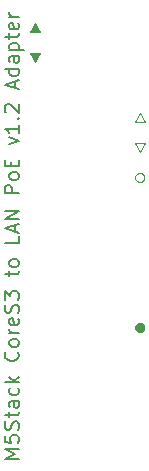
<source format=gbr>
%TF.GenerationSoftware,KiCad,Pcbnew,9.0.4-1.fc42*%
%TF.CreationDate,2025-09-12T10:21:52-07:00*%
%TF.ProjectId,adapter_relay,61646170-7465-4725-9f72-656c61792e6b,1.0*%
%TF.SameCoordinates,Original*%
%TF.FileFunction,Legend,Top*%
%TF.FilePolarity,Positive*%
%FSLAX46Y46*%
G04 Gerber Fmt 4.6, Leading zero omitted, Abs format (unit mm)*
G04 Created by KiCad (PCBNEW 9.0.4-1.fc42) date 2025-09-12 10:21:52*
%MOMM*%
%LPD*%
G01*
G04 APERTURE LIST*
%ADD10C,0.100000*%
%ADD11C,0.200000*%
G04 APERTURE END LIST*
D10*
X148399762Y-119615514D02*
X148590238Y-119615514D01*
X148590238Y-119615514D02*
X148780714Y-119710752D01*
X148780714Y-119710752D02*
X148875953Y-119901228D01*
X148875953Y-119901228D02*
X148875953Y-120091704D01*
X148875953Y-120091704D02*
X148780714Y-120282180D01*
X148780714Y-120282180D02*
X148590238Y-120377419D01*
X148590238Y-120377419D02*
X148399762Y-120377419D01*
X148399762Y-120377419D02*
X148209286Y-120282180D01*
X148209286Y-120282180D02*
X148114048Y-120091704D01*
X148114048Y-120091704D02*
X148114048Y-119901228D01*
X148114048Y-119901228D02*
X148209286Y-119710752D01*
X148209286Y-119710752D02*
X148399762Y-119615514D01*
X139985953Y-109503133D02*
X139985953Y-109455514D01*
X139938333Y-109598371D02*
X139938333Y-109455514D01*
X139890714Y-109693609D02*
X139890714Y-109455514D01*
X139843095Y-109788847D02*
X139843095Y-109455514D01*
X139795476Y-109836466D02*
X139795476Y-109455514D01*
X139747857Y-109931704D02*
X139747857Y-109455514D01*
X139700238Y-110026942D02*
X139700238Y-109455514D01*
X139652619Y-110122180D02*
X139652619Y-109455514D01*
X139605000Y-110217419D02*
X139605000Y-109455514D01*
X139557381Y-110122180D02*
X139557381Y-109455514D01*
X139509762Y-110026942D02*
X139509762Y-109455514D01*
X139462143Y-109931704D02*
X139462143Y-109455514D01*
X139414524Y-109836466D02*
X139414524Y-109455514D01*
X139366905Y-109788847D02*
X139366905Y-109455514D01*
X139319286Y-109693609D02*
X139319286Y-109455514D01*
X139271667Y-109598371D02*
X139271667Y-109455514D01*
X139224048Y-109455514D02*
X139605000Y-110169800D01*
X139605000Y-110169800D02*
X139985953Y-109455514D01*
X139224048Y-109503133D02*
X139224048Y-109455514D01*
X139605000Y-110217419D02*
X139176429Y-109455514D01*
X139176429Y-109455514D02*
X140033572Y-109455514D01*
X140033572Y-109455514D02*
X139605000Y-110217419D01*
X139224048Y-107629800D02*
X139224048Y-107677419D01*
X139271667Y-107534561D02*
X139271667Y-107677419D01*
X139319286Y-107439323D02*
X139319286Y-107677419D01*
X139366905Y-107344085D02*
X139366905Y-107677419D01*
X139414524Y-107296466D02*
X139414524Y-107677419D01*
X139462143Y-107201228D02*
X139462143Y-107677419D01*
X139509762Y-107105990D02*
X139509762Y-107677419D01*
X139557381Y-107010752D02*
X139557381Y-107677419D01*
X139605000Y-106915514D02*
X139605000Y-107677419D01*
X139652619Y-107010752D02*
X139652619Y-107677419D01*
X139700238Y-107105990D02*
X139700238Y-107677419D01*
X139747857Y-107201228D02*
X139747857Y-107677419D01*
X139795476Y-107296466D02*
X139795476Y-107677419D01*
X139843095Y-107344085D02*
X139843095Y-107677419D01*
X139890714Y-107439323D02*
X139890714Y-107677419D01*
X139938333Y-107534561D02*
X139938333Y-107677419D01*
X139985953Y-107677419D02*
X139605000Y-106963133D01*
X139605000Y-106963133D02*
X139224048Y-107677419D01*
X139985953Y-107629800D02*
X139985953Y-107677419D01*
X139605000Y-106915514D02*
X140033572Y-107677419D01*
X140033572Y-107677419D02*
X139176429Y-107677419D01*
X139176429Y-107677419D02*
X139605000Y-106915514D01*
D11*
X138244742Y-143799998D02*
X137044742Y-143799998D01*
X137044742Y-143799998D02*
X137901885Y-143399998D01*
X137901885Y-143399998D02*
X137044742Y-142999998D01*
X137044742Y-142999998D02*
X138244742Y-142999998D01*
X137044742Y-141857141D02*
X137044742Y-142428569D01*
X137044742Y-142428569D02*
X137616171Y-142485712D01*
X137616171Y-142485712D02*
X137559028Y-142428569D01*
X137559028Y-142428569D02*
X137501885Y-142314284D01*
X137501885Y-142314284D02*
X137501885Y-142028569D01*
X137501885Y-142028569D02*
X137559028Y-141914284D01*
X137559028Y-141914284D02*
X137616171Y-141857141D01*
X137616171Y-141857141D02*
X137730457Y-141799998D01*
X137730457Y-141799998D02*
X138016171Y-141799998D01*
X138016171Y-141799998D02*
X138130457Y-141857141D01*
X138130457Y-141857141D02*
X138187600Y-141914284D01*
X138187600Y-141914284D02*
X138244742Y-142028569D01*
X138244742Y-142028569D02*
X138244742Y-142314284D01*
X138244742Y-142314284D02*
X138187600Y-142428569D01*
X138187600Y-142428569D02*
X138130457Y-142485712D01*
X138187600Y-141342855D02*
X138244742Y-141171427D01*
X138244742Y-141171427D02*
X138244742Y-140885712D01*
X138244742Y-140885712D02*
X138187600Y-140771427D01*
X138187600Y-140771427D02*
X138130457Y-140714284D01*
X138130457Y-140714284D02*
X138016171Y-140657141D01*
X138016171Y-140657141D02*
X137901885Y-140657141D01*
X137901885Y-140657141D02*
X137787600Y-140714284D01*
X137787600Y-140714284D02*
X137730457Y-140771427D01*
X137730457Y-140771427D02*
X137673314Y-140885712D01*
X137673314Y-140885712D02*
X137616171Y-141114284D01*
X137616171Y-141114284D02*
X137559028Y-141228569D01*
X137559028Y-141228569D02*
X137501885Y-141285712D01*
X137501885Y-141285712D02*
X137387600Y-141342855D01*
X137387600Y-141342855D02*
X137273314Y-141342855D01*
X137273314Y-141342855D02*
X137159028Y-141285712D01*
X137159028Y-141285712D02*
X137101885Y-141228569D01*
X137101885Y-141228569D02*
X137044742Y-141114284D01*
X137044742Y-141114284D02*
X137044742Y-140828569D01*
X137044742Y-140828569D02*
X137101885Y-140657141D01*
X137444742Y-140314284D02*
X137444742Y-139857141D01*
X137044742Y-140142855D02*
X138073314Y-140142855D01*
X138073314Y-140142855D02*
X138187600Y-140085712D01*
X138187600Y-140085712D02*
X138244742Y-139971427D01*
X138244742Y-139971427D02*
X138244742Y-139857141D01*
X138244742Y-138942856D02*
X137616171Y-138942856D01*
X137616171Y-138942856D02*
X137501885Y-138999998D01*
X137501885Y-138999998D02*
X137444742Y-139114284D01*
X137444742Y-139114284D02*
X137444742Y-139342856D01*
X137444742Y-139342856D02*
X137501885Y-139457141D01*
X138187600Y-138942856D02*
X138244742Y-139057141D01*
X138244742Y-139057141D02*
X138244742Y-139342856D01*
X138244742Y-139342856D02*
X138187600Y-139457141D01*
X138187600Y-139457141D02*
X138073314Y-139514284D01*
X138073314Y-139514284D02*
X137959028Y-139514284D01*
X137959028Y-139514284D02*
X137844742Y-139457141D01*
X137844742Y-139457141D02*
X137787600Y-139342856D01*
X137787600Y-139342856D02*
X137787600Y-139057141D01*
X137787600Y-139057141D02*
X137730457Y-138942856D01*
X138187600Y-137857142D02*
X138244742Y-137971427D01*
X138244742Y-137971427D02*
X138244742Y-138199999D01*
X138244742Y-138199999D02*
X138187600Y-138314284D01*
X138187600Y-138314284D02*
X138130457Y-138371427D01*
X138130457Y-138371427D02*
X138016171Y-138428570D01*
X138016171Y-138428570D02*
X137673314Y-138428570D01*
X137673314Y-138428570D02*
X137559028Y-138371427D01*
X137559028Y-138371427D02*
X137501885Y-138314284D01*
X137501885Y-138314284D02*
X137444742Y-138199999D01*
X137444742Y-138199999D02*
X137444742Y-137971427D01*
X137444742Y-137971427D02*
X137501885Y-137857142D01*
X138244742Y-137342856D02*
X137044742Y-137342856D01*
X137787600Y-137228571D02*
X138244742Y-136885713D01*
X137444742Y-136885713D02*
X137901885Y-137342856D01*
X138130457Y-134771427D02*
X138187600Y-134828570D01*
X138187600Y-134828570D02*
X138244742Y-134999998D01*
X138244742Y-134999998D02*
X138244742Y-135114284D01*
X138244742Y-135114284D02*
X138187600Y-135285713D01*
X138187600Y-135285713D02*
X138073314Y-135399998D01*
X138073314Y-135399998D02*
X137959028Y-135457141D01*
X137959028Y-135457141D02*
X137730457Y-135514284D01*
X137730457Y-135514284D02*
X137559028Y-135514284D01*
X137559028Y-135514284D02*
X137330457Y-135457141D01*
X137330457Y-135457141D02*
X137216171Y-135399998D01*
X137216171Y-135399998D02*
X137101885Y-135285713D01*
X137101885Y-135285713D02*
X137044742Y-135114284D01*
X137044742Y-135114284D02*
X137044742Y-134999998D01*
X137044742Y-134999998D02*
X137101885Y-134828570D01*
X137101885Y-134828570D02*
X137159028Y-134771427D01*
X138244742Y-134085713D02*
X138187600Y-134199998D01*
X138187600Y-134199998D02*
X138130457Y-134257141D01*
X138130457Y-134257141D02*
X138016171Y-134314284D01*
X138016171Y-134314284D02*
X137673314Y-134314284D01*
X137673314Y-134314284D02*
X137559028Y-134257141D01*
X137559028Y-134257141D02*
X137501885Y-134199998D01*
X137501885Y-134199998D02*
X137444742Y-134085713D01*
X137444742Y-134085713D02*
X137444742Y-133914284D01*
X137444742Y-133914284D02*
X137501885Y-133799998D01*
X137501885Y-133799998D02*
X137559028Y-133742856D01*
X137559028Y-133742856D02*
X137673314Y-133685713D01*
X137673314Y-133685713D02*
X138016171Y-133685713D01*
X138016171Y-133685713D02*
X138130457Y-133742856D01*
X138130457Y-133742856D02*
X138187600Y-133799998D01*
X138187600Y-133799998D02*
X138244742Y-133914284D01*
X138244742Y-133914284D02*
X138244742Y-134085713D01*
X138244742Y-133171427D02*
X137444742Y-133171427D01*
X137673314Y-133171427D02*
X137559028Y-133114284D01*
X137559028Y-133114284D02*
X137501885Y-133057142D01*
X137501885Y-133057142D02*
X137444742Y-132942856D01*
X137444742Y-132942856D02*
X137444742Y-132828570D01*
X138187600Y-131971427D02*
X138244742Y-132085713D01*
X138244742Y-132085713D02*
X138244742Y-132314285D01*
X138244742Y-132314285D02*
X138187600Y-132428570D01*
X138187600Y-132428570D02*
X138073314Y-132485713D01*
X138073314Y-132485713D02*
X137616171Y-132485713D01*
X137616171Y-132485713D02*
X137501885Y-132428570D01*
X137501885Y-132428570D02*
X137444742Y-132314285D01*
X137444742Y-132314285D02*
X137444742Y-132085713D01*
X137444742Y-132085713D02*
X137501885Y-131971427D01*
X137501885Y-131971427D02*
X137616171Y-131914285D01*
X137616171Y-131914285D02*
X137730457Y-131914285D01*
X137730457Y-131914285D02*
X137844742Y-132485713D01*
X138187600Y-131457142D02*
X138244742Y-131285714D01*
X138244742Y-131285714D02*
X138244742Y-130999999D01*
X138244742Y-130999999D02*
X138187600Y-130885714D01*
X138187600Y-130885714D02*
X138130457Y-130828571D01*
X138130457Y-130828571D02*
X138016171Y-130771428D01*
X138016171Y-130771428D02*
X137901885Y-130771428D01*
X137901885Y-130771428D02*
X137787600Y-130828571D01*
X137787600Y-130828571D02*
X137730457Y-130885714D01*
X137730457Y-130885714D02*
X137673314Y-130999999D01*
X137673314Y-130999999D02*
X137616171Y-131228571D01*
X137616171Y-131228571D02*
X137559028Y-131342856D01*
X137559028Y-131342856D02*
X137501885Y-131399999D01*
X137501885Y-131399999D02*
X137387600Y-131457142D01*
X137387600Y-131457142D02*
X137273314Y-131457142D01*
X137273314Y-131457142D02*
X137159028Y-131399999D01*
X137159028Y-131399999D02*
X137101885Y-131342856D01*
X137101885Y-131342856D02*
X137044742Y-131228571D01*
X137044742Y-131228571D02*
X137044742Y-130942856D01*
X137044742Y-130942856D02*
X137101885Y-130771428D01*
X137044742Y-130371428D02*
X137044742Y-129628571D01*
X137044742Y-129628571D02*
X137501885Y-130028571D01*
X137501885Y-130028571D02*
X137501885Y-129857142D01*
X137501885Y-129857142D02*
X137559028Y-129742857D01*
X137559028Y-129742857D02*
X137616171Y-129685714D01*
X137616171Y-129685714D02*
X137730457Y-129628571D01*
X137730457Y-129628571D02*
X138016171Y-129628571D01*
X138016171Y-129628571D02*
X138130457Y-129685714D01*
X138130457Y-129685714D02*
X138187600Y-129742857D01*
X138187600Y-129742857D02*
X138244742Y-129857142D01*
X138244742Y-129857142D02*
X138244742Y-130199999D01*
X138244742Y-130199999D02*
X138187600Y-130314285D01*
X138187600Y-130314285D02*
X138130457Y-130371428D01*
X137444742Y-128371428D02*
X137444742Y-127914285D01*
X137044742Y-128199999D02*
X138073314Y-128199999D01*
X138073314Y-128199999D02*
X138187600Y-128142856D01*
X138187600Y-128142856D02*
X138244742Y-128028571D01*
X138244742Y-128028571D02*
X138244742Y-127914285D01*
X138244742Y-127342857D02*
X138187600Y-127457142D01*
X138187600Y-127457142D02*
X138130457Y-127514285D01*
X138130457Y-127514285D02*
X138016171Y-127571428D01*
X138016171Y-127571428D02*
X137673314Y-127571428D01*
X137673314Y-127571428D02*
X137559028Y-127514285D01*
X137559028Y-127514285D02*
X137501885Y-127457142D01*
X137501885Y-127457142D02*
X137444742Y-127342857D01*
X137444742Y-127342857D02*
X137444742Y-127171428D01*
X137444742Y-127171428D02*
X137501885Y-127057142D01*
X137501885Y-127057142D02*
X137559028Y-127000000D01*
X137559028Y-127000000D02*
X137673314Y-126942857D01*
X137673314Y-126942857D02*
X138016171Y-126942857D01*
X138016171Y-126942857D02*
X138130457Y-127000000D01*
X138130457Y-127000000D02*
X138187600Y-127057142D01*
X138187600Y-127057142D02*
X138244742Y-127171428D01*
X138244742Y-127171428D02*
X138244742Y-127342857D01*
X138244742Y-124942857D02*
X138244742Y-125514285D01*
X138244742Y-125514285D02*
X137044742Y-125514285D01*
X137901885Y-124599999D02*
X137901885Y-124028571D01*
X138244742Y-124714285D02*
X137044742Y-124314285D01*
X137044742Y-124314285D02*
X138244742Y-123914285D01*
X138244742Y-123514285D02*
X137044742Y-123514285D01*
X137044742Y-123514285D02*
X138244742Y-122828571D01*
X138244742Y-122828571D02*
X137044742Y-122828571D01*
X138244742Y-121342856D02*
X137044742Y-121342856D01*
X137044742Y-121342856D02*
X137044742Y-120885713D01*
X137044742Y-120885713D02*
X137101885Y-120771428D01*
X137101885Y-120771428D02*
X137159028Y-120714285D01*
X137159028Y-120714285D02*
X137273314Y-120657142D01*
X137273314Y-120657142D02*
X137444742Y-120657142D01*
X137444742Y-120657142D02*
X137559028Y-120714285D01*
X137559028Y-120714285D02*
X137616171Y-120771428D01*
X137616171Y-120771428D02*
X137673314Y-120885713D01*
X137673314Y-120885713D02*
X137673314Y-121342856D01*
X138244742Y-119971428D02*
X138187600Y-120085713D01*
X138187600Y-120085713D02*
X138130457Y-120142856D01*
X138130457Y-120142856D02*
X138016171Y-120199999D01*
X138016171Y-120199999D02*
X137673314Y-120199999D01*
X137673314Y-120199999D02*
X137559028Y-120142856D01*
X137559028Y-120142856D02*
X137501885Y-120085713D01*
X137501885Y-120085713D02*
X137444742Y-119971428D01*
X137444742Y-119971428D02*
X137444742Y-119799999D01*
X137444742Y-119799999D02*
X137501885Y-119685713D01*
X137501885Y-119685713D02*
X137559028Y-119628571D01*
X137559028Y-119628571D02*
X137673314Y-119571428D01*
X137673314Y-119571428D02*
X138016171Y-119571428D01*
X138016171Y-119571428D02*
X138130457Y-119628571D01*
X138130457Y-119628571D02*
X138187600Y-119685713D01*
X138187600Y-119685713D02*
X138244742Y-119799999D01*
X138244742Y-119799999D02*
X138244742Y-119971428D01*
X137616171Y-119057142D02*
X137616171Y-118657142D01*
X138244742Y-118485714D02*
X138244742Y-119057142D01*
X138244742Y-119057142D02*
X137044742Y-119057142D01*
X137044742Y-119057142D02*
X137044742Y-118485714D01*
X137444742Y-117171428D02*
X138244742Y-116885714D01*
X138244742Y-116885714D02*
X137444742Y-116599999D01*
X138244742Y-115514285D02*
X138244742Y-116199999D01*
X138244742Y-115857142D02*
X137044742Y-115857142D01*
X137044742Y-115857142D02*
X137216171Y-115971428D01*
X137216171Y-115971428D02*
X137330457Y-116085713D01*
X137330457Y-116085713D02*
X137387600Y-116199999D01*
X138130457Y-114999999D02*
X138187600Y-114942856D01*
X138187600Y-114942856D02*
X138244742Y-114999999D01*
X138244742Y-114999999D02*
X138187600Y-115057142D01*
X138187600Y-115057142D02*
X138130457Y-114999999D01*
X138130457Y-114999999D02*
X138244742Y-114999999D01*
X137159028Y-114485713D02*
X137101885Y-114428570D01*
X137101885Y-114428570D02*
X137044742Y-114314285D01*
X137044742Y-114314285D02*
X137044742Y-114028570D01*
X137044742Y-114028570D02*
X137101885Y-113914285D01*
X137101885Y-113914285D02*
X137159028Y-113857142D01*
X137159028Y-113857142D02*
X137273314Y-113799999D01*
X137273314Y-113799999D02*
X137387600Y-113799999D01*
X137387600Y-113799999D02*
X137559028Y-113857142D01*
X137559028Y-113857142D02*
X138244742Y-114542856D01*
X138244742Y-114542856D02*
X138244742Y-113799999D01*
X137901885Y-112428570D02*
X137901885Y-111857142D01*
X138244742Y-112542856D02*
X137044742Y-112142856D01*
X137044742Y-112142856D02*
X138244742Y-111742856D01*
X138244742Y-110828571D02*
X137044742Y-110828571D01*
X138187600Y-110828571D02*
X138244742Y-110942856D01*
X138244742Y-110942856D02*
X138244742Y-111171428D01*
X138244742Y-111171428D02*
X138187600Y-111285713D01*
X138187600Y-111285713D02*
X138130457Y-111342856D01*
X138130457Y-111342856D02*
X138016171Y-111399999D01*
X138016171Y-111399999D02*
X137673314Y-111399999D01*
X137673314Y-111399999D02*
X137559028Y-111342856D01*
X137559028Y-111342856D02*
X137501885Y-111285713D01*
X137501885Y-111285713D02*
X137444742Y-111171428D01*
X137444742Y-111171428D02*
X137444742Y-110942856D01*
X137444742Y-110942856D02*
X137501885Y-110828571D01*
X138244742Y-109742857D02*
X137616171Y-109742857D01*
X137616171Y-109742857D02*
X137501885Y-109799999D01*
X137501885Y-109799999D02*
X137444742Y-109914285D01*
X137444742Y-109914285D02*
X137444742Y-110142857D01*
X137444742Y-110142857D02*
X137501885Y-110257142D01*
X138187600Y-109742857D02*
X138244742Y-109857142D01*
X138244742Y-109857142D02*
X138244742Y-110142857D01*
X138244742Y-110142857D02*
X138187600Y-110257142D01*
X138187600Y-110257142D02*
X138073314Y-110314285D01*
X138073314Y-110314285D02*
X137959028Y-110314285D01*
X137959028Y-110314285D02*
X137844742Y-110257142D01*
X137844742Y-110257142D02*
X137787600Y-110142857D01*
X137787600Y-110142857D02*
X137787600Y-109857142D01*
X137787600Y-109857142D02*
X137730457Y-109742857D01*
X137444742Y-109171428D02*
X138644742Y-109171428D01*
X137501885Y-109171428D02*
X137444742Y-109057143D01*
X137444742Y-109057143D02*
X137444742Y-108828571D01*
X137444742Y-108828571D02*
X137501885Y-108714285D01*
X137501885Y-108714285D02*
X137559028Y-108657143D01*
X137559028Y-108657143D02*
X137673314Y-108600000D01*
X137673314Y-108600000D02*
X138016171Y-108600000D01*
X138016171Y-108600000D02*
X138130457Y-108657143D01*
X138130457Y-108657143D02*
X138187600Y-108714285D01*
X138187600Y-108714285D02*
X138244742Y-108828571D01*
X138244742Y-108828571D02*
X138244742Y-109057143D01*
X138244742Y-109057143D02*
X138187600Y-109171428D01*
X137444742Y-108257143D02*
X137444742Y-107800000D01*
X137044742Y-108085714D02*
X138073314Y-108085714D01*
X138073314Y-108085714D02*
X138187600Y-108028571D01*
X138187600Y-108028571D02*
X138244742Y-107914286D01*
X138244742Y-107914286D02*
X138244742Y-107800000D01*
X138187600Y-106942857D02*
X138244742Y-107057143D01*
X138244742Y-107057143D02*
X138244742Y-107285715D01*
X138244742Y-107285715D02*
X138187600Y-107400000D01*
X138187600Y-107400000D02*
X138073314Y-107457143D01*
X138073314Y-107457143D02*
X137616171Y-107457143D01*
X137616171Y-107457143D02*
X137501885Y-107400000D01*
X137501885Y-107400000D02*
X137444742Y-107285715D01*
X137444742Y-107285715D02*
X137444742Y-107057143D01*
X137444742Y-107057143D02*
X137501885Y-106942857D01*
X137501885Y-106942857D02*
X137616171Y-106885715D01*
X137616171Y-106885715D02*
X137730457Y-106885715D01*
X137730457Y-106885715D02*
X137844742Y-107457143D01*
X138244742Y-106371429D02*
X137444742Y-106371429D01*
X137673314Y-106371429D02*
X137559028Y-106314286D01*
X137559028Y-106314286D02*
X137501885Y-106257144D01*
X137501885Y-106257144D02*
X137444742Y-106142858D01*
X137444742Y-106142858D02*
X137444742Y-106028572D01*
D10*
X148161667Y-132505990D02*
X148161667Y-132886942D01*
X148209286Y-132934561D02*
X148399762Y-133077419D01*
X148209286Y-132458371D02*
X148399762Y-132315514D01*
X148209286Y-132410752D02*
X148209286Y-132982180D01*
X148256905Y-132982180D02*
X148256905Y-132410752D01*
X148304524Y-132363133D02*
X148304524Y-133029800D01*
X148352143Y-133029800D02*
X148352143Y-132363133D01*
X148399762Y-132315514D02*
X148399762Y-133077419D01*
X148447381Y-133077419D02*
X148447381Y-132315514D01*
X148495000Y-132315514D02*
X148495000Y-133077419D01*
X148542619Y-133077419D02*
X148542619Y-132315514D01*
X148590238Y-133077419D02*
X148780714Y-132934561D01*
X148590238Y-132315514D02*
X148590238Y-133077419D01*
X148590238Y-132315514D02*
X148780714Y-132458371D01*
X148637857Y-133029800D02*
X148637857Y-132363133D01*
X148685476Y-132363133D02*
X148685476Y-133029800D01*
X148733095Y-132982180D02*
X148733095Y-132410752D01*
X148780714Y-132410752D02*
X148780714Y-132982180D01*
X148828333Y-132886942D02*
X148828333Y-132505990D01*
X148399762Y-132315514D02*
X148590238Y-132315514D01*
X148590238Y-132315514D02*
X148780714Y-132410752D01*
X148780714Y-132410752D02*
X148875953Y-132601228D01*
X148875953Y-132601228D02*
X148875953Y-132791704D01*
X148875953Y-132791704D02*
X148780714Y-132982180D01*
X148780714Y-132982180D02*
X148590238Y-133077419D01*
X148590238Y-133077419D02*
X148399762Y-133077419D01*
X148399762Y-133077419D02*
X148209286Y-132982180D01*
X148209286Y-132982180D02*
X148114048Y-132791704D01*
X148114048Y-132791704D02*
X148114048Y-132601228D01*
X148114048Y-132601228D02*
X148209286Y-132410752D01*
X148209286Y-132410752D02*
X148399762Y-132315514D01*
X148495000Y-117837419D02*
X148066429Y-117075514D01*
X148066429Y-117075514D02*
X148923572Y-117075514D01*
X148923572Y-117075514D02*
X148495000Y-117837419D01*
X148495000Y-114535514D02*
X148923572Y-115297419D01*
X148923572Y-115297419D02*
X148066429Y-115297419D01*
X148066429Y-115297419D02*
X148495000Y-114535514D01*
M02*

</source>
